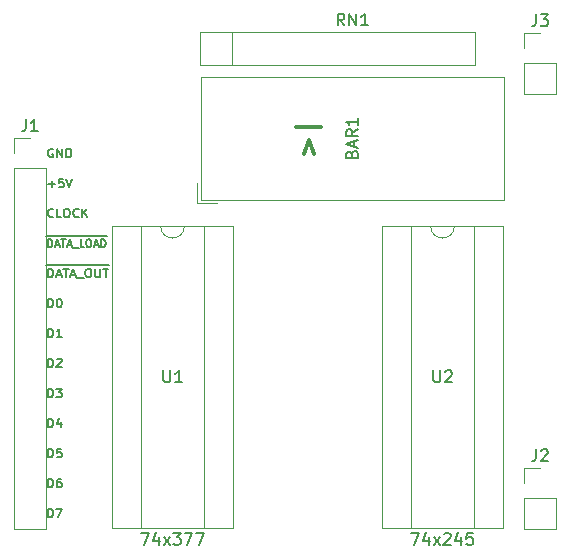
<source format=gto>
G04 #@! TF.GenerationSoftware,KiCad,Pcbnew,5.0.2+dfsg1-1*
G04 #@! TF.CreationDate,2019-07-29T21:31:30+02:00*
G04 #@! TF.ProjectId,Register,52656769-7374-4657-922e-6b696361645f,rev?*
G04 #@! TF.SameCoordinates,Original*
G04 #@! TF.FileFunction,Legend,Top*
G04 #@! TF.FilePolarity,Positive*
%FSLAX46Y46*%
G04 Gerber Fmt 4.6, Leading zero omitted, Abs format (unit mm)*
G04 Created by KiCad (PCBNEW 5.0.2+dfsg1-1) date ma 29 jul 2019 21:31:30 CEST*
%MOMM*%
%LPD*%
G01*
G04 APERTURE LIST*
%ADD10C,0.300000*%
%ADD11C,0.150000*%
%ADD12C,0.120000*%
G04 APERTURE END LIST*
D10*
X56828571Y-33035714D02*
X57257142Y-31892857D01*
X57685714Y-33035714D01*
X58328571Y-30821428D02*
X56185714Y-30821428D01*
D11*
X35201071Y-63839285D02*
X35201071Y-63089285D01*
X35379642Y-63089285D01*
X35486785Y-63125000D01*
X35558214Y-63196428D01*
X35593928Y-63267857D01*
X35629642Y-63410714D01*
X35629642Y-63517857D01*
X35593928Y-63660714D01*
X35558214Y-63732142D01*
X35486785Y-63803571D01*
X35379642Y-63839285D01*
X35201071Y-63839285D01*
X35879642Y-63089285D02*
X36379642Y-63089285D01*
X36058214Y-63839285D01*
X35201071Y-61299285D02*
X35201071Y-60549285D01*
X35379642Y-60549285D01*
X35486785Y-60585000D01*
X35558214Y-60656428D01*
X35593928Y-60727857D01*
X35629642Y-60870714D01*
X35629642Y-60977857D01*
X35593928Y-61120714D01*
X35558214Y-61192142D01*
X35486785Y-61263571D01*
X35379642Y-61299285D01*
X35201071Y-61299285D01*
X36272500Y-60549285D02*
X36129642Y-60549285D01*
X36058214Y-60585000D01*
X36022500Y-60620714D01*
X35951071Y-60727857D01*
X35915357Y-60870714D01*
X35915357Y-61156428D01*
X35951071Y-61227857D01*
X35986785Y-61263571D01*
X36058214Y-61299285D01*
X36201071Y-61299285D01*
X36272500Y-61263571D01*
X36308214Y-61227857D01*
X36343928Y-61156428D01*
X36343928Y-60977857D01*
X36308214Y-60906428D01*
X36272500Y-60870714D01*
X36201071Y-60835000D01*
X36058214Y-60835000D01*
X35986785Y-60870714D01*
X35951071Y-60906428D01*
X35915357Y-60977857D01*
X35201071Y-58759285D02*
X35201071Y-58009285D01*
X35379642Y-58009285D01*
X35486785Y-58045000D01*
X35558214Y-58116428D01*
X35593928Y-58187857D01*
X35629642Y-58330714D01*
X35629642Y-58437857D01*
X35593928Y-58580714D01*
X35558214Y-58652142D01*
X35486785Y-58723571D01*
X35379642Y-58759285D01*
X35201071Y-58759285D01*
X36308214Y-58009285D02*
X35951071Y-58009285D01*
X35915357Y-58366428D01*
X35951071Y-58330714D01*
X36022500Y-58295000D01*
X36201071Y-58295000D01*
X36272500Y-58330714D01*
X36308214Y-58366428D01*
X36343928Y-58437857D01*
X36343928Y-58616428D01*
X36308214Y-58687857D01*
X36272500Y-58723571D01*
X36201071Y-58759285D01*
X36022500Y-58759285D01*
X35951071Y-58723571D01*
X35915357Y-58687857D01*
X35201071Y-56219285D02*
X35201071Y-55469285D01*
X35379642Y-55469285D01*
X35486785Y-55505000D01*
X35558214Y-55576428D01*
X35593928Y-55647857D01*
X35629642Y-55790714D01*
X35629642Y-55897857D01*
X35593928Y-56040714D01*
X35558214Y-56112142D01*
X35486785Y-56183571D01*
X35379642Y-56219285D01*
X35201071Y-56219285D01*
X36272500Y-55719285D02*
X36272500Y-56219285D01*
X36093928Y-55433571D02*
X35915357Y-55969285D01*
X36379642Y-55969285D01*
X35201071Y-53679285D02*
X35201071Y-52929285D01*
X35379642Y-52929285D01*
X35486785Y-52965000D01*
X35558214Y-53036428D01*
X35593928Y-53107857D01*
X35629642Y-53250714D01*
X35629642Y-53357857D01*
X35593928Y-53500714D01*
X35558214Y-53572142D01*
X35486785Y-53643571D01*
X35379642Y-53679285D01*
X35201071Y-53679285D01*
X35879642Y-52929285D02*
X36343928Y-52929285D01*
X36093928Y-53215000D01*
X36201071Y-53215000D01*
X36272500Y-53250714D01*
X36308214Y-53286428D01*
X36343928Y-53357857D01*
X36343928Y-53536428D01*
X36308214Y-53607857D01*
X36272500Y-53643571D01*
X36201071Y-53679285D01*
X35986785Y-53679285D01*
X35915357Y-53643571D01*
X35879642Y-53607857D01*
X35201071Y-51139285D02*
X35201071Y-50389285D01*
X35379642Y-50389285D01*
X35486785Y-50425000D01*
X35558214Y-50496428D01*
X35593928Y-50567857D01*
X35629642Y-50710714D01*
X35629642Y-50817857D01*
X35593928Y-50960714D01*
X35558214Y-51032142D01*
X35486785Y-51103571D01*
X35379642Y-51139285D01*
X35201071Y-51139285D01*
X35915357Y-50460714D02*
X35951071Y-50425000D01*
X36022500Y-50389285D01*
X36201071Y-50389285D01*
X36272500Y-50425000D01*
X36308214Y-50460714D01*
X36343928Y-50532142D01*
X36343928Y-50603571D01*
X36308214Y-50710714D01*
X35879642Y-51139285D01*
X36343928Y-51139285D01*
X35201071Y-48599285D02*
X35201071Y-47849285D01*
X35379642Y-47849285D01*
X35486785Y-47885000D01*
X35558214Y-47956428D01*
X35593928Y-48027857D01*
X35629642Y-48170714D01*
X35629642Y-48277857D01*
X35593928Y-48420714D01*
X35558214Y-48492142D01*
X35486785Y-48563571D01*
X35379642Y-48599285D01*
X35201071Y-48599285D01*
X36343928Y-48599285D02*
X35915357Y-48599285D01*
X36129642Y-48599285D02*
X36129642Y-47849285D01*
X36058214Y-47956428D01*
X35986785Y-48027857D01*
X35915357Y-48063571D01*
X35201071Y-46059285D02*
X35201071Y-45309285D01*
X35379642Y-45309285D01*
X35486785Y-45345000D01*
X35558214Y-45416428D01*
X35593928Y-45487857D01*
X35629642Y-45630714D01*
X35629642Y-45737857D01*
X35593928Y-45880714D01*
X35558214Y-45952142D01*
X35486785Y-46023571D01*
X35379642Y-46059285D01*
X35201071Y-46059285D01*
X36093928Y-45309285D02*
X36165357Y-45309285D01*
X36236785Y-45345000D01*
X36272500Y-45380714D01*
X36308214Y-45452142D01*
X36343928Y-45595000D01*
X36343928Y-45773571D01*
X36308214Y-45916428D01*
X36272500Y-45987857D01*
X36236785Y-46023571D01*
X36165357Y-46059285D01*
X36093928Y-46059285D01*
X36022500Y-46023571D01*
X35986785Y-45987857D01*
X35951071Y-45916428D01*
X35915357Y-45773571D01*
X35915357Y-45595000D01*
X35951071Y-45452142D01*
X35986785Y-45380714D01*
X36022500Y-45345000D01*
X36093928Y-45309285D01*
X35629642Y-38367857D02*
X35593928Y-38403571D01*
X35486785Y-38439285D01*
X35415357Y-38439285D01*
X35308214Y-38403571D01*
X35236785Y-38332142D01*
X35201071Y-38260714D01*
X35165357Y-38117857D01*
X35165357Y-38010714D01*
X35201071Y-37867857D01*
X35236785Y-37796428D01*
X35308214Y-37725000D01*
X35415357Y-37689285D01*
X35486785Y-37689285D01*
X35593928Y-37725000D01*
X35629642Y-37760714D01*
X36308214Y-38439285D02*
X35951071Y-38439285D01*
X35951071Y-37689285D01*
X36701071Y-37689285D02*
X36843928Y-37689285D01*
X36915357Y-37725000D01*
X36986785Y-37796428D01*
X37022500Y-37939285D01*
X37022500Y-38189285D01*
X36986785Y-38332142D01*
X36915357Y-38403571D01*
X36843928Y-38439285D01*
X36701071Y-38439285D01*
X36629642Y-38403571D01*
X36558214Y-38332142D01*
X36522500Y-38189285D01*
X36522500Y-37939285D01*
X36558214Y-37796428D01*
X36629642Y-37725000D01*
X36701071Y-37689285D01*
X37772500Y-38367857D02*
X37736785Y-38403571D01*
X37629642Y-38439285D01*
X37558214Y-38439285D01*
X37451071Y-38403571D01*
X37379642Y-38332142D01*
X37343928Y-38260714D01*
X37308214Y-38117857D01*
X37308214Y-38010714D01*
X37343928Y-37867857D01*
X37379642Y-37796428D01*
X37451071Y-37725000D01*
X37558214Y-37689285D01*
X37629642Y-37689285D01*
X37736785Y-37725000D01*
X37772500Y-37760714D01*
X38093928Y-38439285D02*
X38093928Y-37689285D01*
X38522500Y-38439285D02*
X38201071Y-38010714D01*
X38522500Y-37689285D02*
X38093928Y-38117857D01*
X35022500Y-39977000D02*
X35672500Y-39977000D01*
X35177261Y-40934047D02*
X35177261Y-40284047D01*
X35332023Y-40284047D01*
X35424880Y-40315000D01*
X35486785Y-40376904D01*
X35517738Y-40438809D01*
X35548690Y-40562619D01*
X35548690Y-40655476D01*
X35517738Y-40779285D01*
X35486785Y-40841190D01*
X35424880Y-40903095D01*
X35332023Y-40934047D01*
X35177261Y-40934047D01*
X35672500Y-39977000D02*
X36229642Y-39977000D01*
X35796309Y-40748333D02*
X36105833Y-40748333D01*
X35734404Y-40934047D02*
X35951071Y-40284047D01*
X36167738Y-40934047D01*
X36229642Y-39977000D02*
X36724880Y-39977000D01*
X36291547Y-40284047D02*
X36662976Y-40284047D01*
X36477261Y-40934047D02*
X36477261Y-40284047D01*
X36724880Y-39977000D02*
X37282023Y-39977000D01*
X36848690Y-40748333D02*
X37158214Y-40748333D01*
X36786785Y-40934047D02*
X37003452Y-40284047D01*
X37220119Y-40934047D01*
X37282023Y-39977000D02*
X37777261Y-39977000D01*
X37282023Y-40995952D02*
X37777261Y-40995952D01*
X37777261Y-39977000D02*
X38303452Y-39977000D01*
X38241547Y-40934047D02*
X37932023Y-40934047D01*
X37932023Y-40284047D01*
X38303452Y-39977000D02*
X38984404Y-39977000D01*
X38582023Y-40284047D02*
X38705833Y-40284047D01*
X38767738Y-40315000D01*
X38829642Y-40376904D01*
X38860595Y-40500714D01*
X38860595Y-40717380D01*
X38829642Y-40841190D01*
X38767738Y-40903095D01*
X38705833Y-40934047D01*
X38582023Y-40934047D01*
X38520119Y-40903095D01*
X38458214Y-40841190D01*
X38427261Y-40717380D01*
X38427261Y-40500714D01*
X38458214Y-40376904D01*
X38520119Y-40315000D01*
X38582023Y-40284047D01*
X38984404Y-39977000D02*
X39541547Y-39977000D01*
X39108214Y-40748333D02*
X39417738Y-40748333D01*
X39046309Y-40934047D02*
X39262976Y-40284047D01*
X39479642Y-40934047D01*
X39541547Y-39977000D02*
X40191547Y-39977000D01*
X39696309Y-40934047D02*
X39696309Y-40284047D01*
X39851071Y-40284047D01*
X39943928Y-40315000D01*
X40005833Y-40376904D01*
X40036785Y-40438809D01*
X40067738Y-40562619D01*
X40067738Y-40655476D01*
X40036785Y-40779285D01*
X40005833Y-40841190D01*
X39943928Y-40903095D01*
X39851071Y-40934047D01*
X39696309Y-40934047D01*
X35022500Y-42445000D02*
X35772500Y-42445000D01*
X35201071Y-43519285D02*
X35201071Y-42769285D01*
X35379642Y-42769285D01*
X35486785Y-42805000D01*
X35558214Y-42876428D01*
X35593928Y-42947857D01*
X35629642Y-43090714D01*
X35629642Y-43197857D01*
X35593928Y-43340714D01*
X35558214Y-43412142D01*
X35486785Y-43483571D01*
X35379642Y-43519285D01*
X35201071Y-43519285D01*
X35772500Y-42445000D02*
X36415357Y-42445000D01*
X35915357Y-43305000D02*
X36272500Y-43305000D01*
X35843928Y-43519285D02*
X36093928Y-42769285D01*
X36343928Y-43519285D01*
X36415357Y-42445000D02*
X36986785Y-42445000D01*
X36486785Y-42769285D02*
X36915357Y-42769285D01*
X36701071Y-43519285D02*
X36701071Y-42769285D01*
X36986785Y-42445000D02*
X37629642Y-42445000D01*
X37129642Y-43305000D02*
X37486785Y-43305000D01*
X37058214Y-43519285D02*
X37308214Y-42769285D01*
X37558214Y-43519285D01*
X37629642Y-42445000D02*
X38201071Y-42445000D01*
X37629642Y-43590714D02*
X38201071Y-43590714D01*
X38201071Y-42445000D02*
X38986785Y-42445000D01*
X38522500Y-42769285D02*
X38665357Y-42769285D01*
X38736785Y-42805000D01*
X38808214Y-42876428D01*
X38843928Y-43019285D01*
X38843928Y-43269285D01*
X38808214Y-43412142D01*
X38736785Y-43483571D01*
X38665357Y-43519285D01*
X38522500Y-43519285D01*
X38451071Y-43483571D01*
X38379642Y-43412142D01*
X38343928Y-43269285D01*
X38343928Y-43019285D01*
X38379642Y-42876428D01*
X38451071Y-42805000D01*
X38522500Y-42769285D01*
X38986785Y-42445000D02*
X39772500Y-42445000D01*
X39165357Y-42769285D02*
X39165357Y-43376428D01*
X39201071Y-43447857D01*
X39236785Y-43483571D01*
X39308214Y-43519285D01*
X39451071Y-43519285D01*
X39522500Y-43483571D01*
X39558214Y-43447857D01*
X39593928Y-43376428D01*
X39593928Y-42769285D01*
X39772500Y-42445000D02*
X40343928Y-42445000D01*
X39843928Y-42769285D02*
X40272500Y-42769285D01*
X40058214Y-43519285D02*
X40058214Y-42769285D01*
X35593928Y-32645000D02*
X35522500Y-32609285D01*
X35415357Y-32609285D01*
X35308214Y-32645000D01*
X35236785Y-32716428D01*
X35201071Y-32787857D01*
X35165357Y-32930714D01*
X35165357Y-33037857D01*
X35201071Y-33180714D01*
X35236785Y-33252142D01*
X35308214Y-33323571D01*
X35415357Y-33359285D01*
X35486785Y-33359285D01*
X35593928Y-33323571D01*
X35629642Y-33287857D01*
X35629642Y-33037857D01*
X35486785Y-33037857D01*
X35951071Y-33359285D02*
X35951071Y-32609285D01*
X36379642Y-33359285D01*
X36379642Y-32609285D01*
X36736785Y-33359285D02*
X36736785Y-32609285D01*
X36915357Y-32609285D01*
X37022500Y-32645000D01*
X37093928Y-32716428D01*
X37129642Y-32787857D01*
X37165357Y-32930714D01*
X37165357Y-33037857D01*
X37129642Y-33180714D01*
X37093928Y-33252142D01*
X37022500Y-33323571D01*
X36915357Y-33359285D01*
X36736785Y-33359285D01*
X35201071Y-35613571D02*
X35772500Y-35613571D01*
X35486785Y-35899285D02*
X35486785Y-35327857D01*
X36486785Y-35149285D02*
X36129642Y-35149285D01*
X36093928Y-35506428D01*
X36129642Y-35470714D01*
X36201071Y-35435000D01*
X36379642Y-35435000D01*
X36451071Y-35470714D01*
X36486785Y-35506428D01*
X36522500Y-35577857D01*
X36522500Y-35756428D01*
X36486785Y-35827857D01*
X36451071Y-35863571D01*
X36379642Y-35899285D01*
X36201071Y-35899285D01*
X36129642Y-35863571D01*
X36093928Y-35827857D01*
X36736785Y-35149285D02*
X36986785Y-35899285D01*
X37236785Y-35149285D01*
D12*
G04 #@! TO.C,J3*
X75505000Y-22800000D02*
X76835000Y-22800000D01*
X75505000Y-24130000D02*
X75505000Y-22800000D01*
X75505000Y-25400000D02*
X78165000Y-25400000D01*
X78165000Y-25400000D02*
X78165000Y-28000000D01*
X75505000Y-25400000D02*
X75505000Y-28000000D01*
X75505000Y-28000000D02*
X78165000Y-28000000D01*
G04 #@! TO.C,J2*
X75505000Y-64830000D02*
X78165000Y-64830000D01*
X75505000Y-62230000D02*
X75505000Y-64830000D01*
X78165000Y-62230000D02*
X78165000Y-64830000D01*
X75505000Y-62230000D02*
X78165000Y-62230000D01*
X75505000Y-60960000D02*
X75505000Y-59630000D01*
X75505000Y-59630000D02*
X76835000Y-59630000D01*
G04 #@! TO.C,J1*
X32325000Y-64830000D02*
X34985000Y-64830000D01*
X32325000Y-34290000D02*
X32325000Y-64830000D01*
X34985000Y-34290000D02*
X34985000Y-64830000D01*
X32325000Y-34290000D02*
X34985000Y-34290000D01*
X32325000Y-33020000D02*
X32325000Y-31690000D01*
X32325000Y-31690000D02*
X33655000Y-31690000D01*
G04 #@! TO.C,BAR1*
X47830000Y-35560000D02*
X47830000Y-37260000D01*
X47830000Y-37260000D02*
X49530000Y-37260000D01*
X73800000Y-26530000D02*
X73800000Y-36970000D01*
X73800000Y-36970000D02*
X48120000Y-36970000D01*
X48120000Y-36970000D02*
X48120000Y-26530000D01*
X48120000Y-26530000D02*
X73800000Y-26530000D01*
G04 #@! TO.C,U2*
X73720000Y-39123000D02*
X63440000Y-39123000D01*
X73720000Y-64763000D02*
X73720000Y-39123000D01*
X63440000Y-64763000D02*
X73720000Y-64763000D01*
X63440000Y-39123000D02*
X63440000Y-64763000D01*
X71230000Y-39183000D02*
X69580000Y-39183000D01*
X71230000Y-64703000D02*
X71230000Y-39183000D01*
X65930000Y-64703000D02*
X71230000Y-64703000D01*
X65930000Y-39183000D02*
X65930000Y-64703000D01*
X67580000Y-39183000D02*
X65930000Y-39183000D01*
X69580000Y-39183000D02*
G75*
G02X67580000Y-39183000I-1000000J0D01*
G01*
G04 #@! TO.C,U1*
X46720000Y-39183000D02*
G75*
G02X44720000Y-39183000I-1000000J0D01*
G01*
X44720000Y-39183000D02*
X43070000Y-39183000D01*
X43070000Y-39183000D02*
X43070000Y-64703000D01*
X43070000Y-64703000D02*
X48370000Y-64703000D01*
X48370000Y-64703000D02*
X48370000Y-39183000D01*
X48370000Y-39183000D02*
X46720000Y-39183000D01*
X40580000Y-39123000D02*
X40580000Y-64763000D01*
X40580000Y-64763000D02*
X50860000Y-64763000D01*
X50860000Y-64763000D02*
X50860000Y-39123000D01*
X50860000Y-39123000D02*
X40580000Y-39123000D01*
G04 #@! TO.C,RN1*
X48090000Y-22730000D02*
X48090000Y-25530000D01*
X48090000Y-25530000D02*
X71290000Y-25530000D01*
X71290000Y-25530000D02*
X71290000Y-22730000D01*
X71290000Y-22730000D02*
X48090000Y-22730000D01*
X50800000Y-22730000D02*
X50800000Y-25530000D01*
G04 #@! TO.C,J3*
D11*
X76501666Y-21252380D02*
X76501666Y-21966666D01*
X76454047Y-22109523D01*
X76358809Y-22204761D01*
X76215952Y-22252380D01*
X76120714Y-22252380D01*
X76882619Y-21252380D02*
X77501666Y-21252380D01*
X77168333Y-21633333D01*
X77311190Y-21633333D01*
X77406428Y-21680952D01*
X77454047Y-21728571D01*
X77501666Y-21823809D01*
X77501666Y-22061904D01*
X77454047Y-22157142D01*
X77406428Y-22204761D01*
X77311190Y-22252380D01*
X77025476Y-22252380D01*
X76930238Y-22204761D01*
X76882619Y-22157142D01*
G04 #@! TO.C,J2*
X76501666Y-58082380D02*
X76501666Y-58796666D01*
X76454047Y-58939523D01*
X76358809Y-59034761D01*
X76215952Y-59082380D01*
X76120714Y-59082380D01*
X76930238Y-58177619D02*
X76977857Y-58130000D01*
X77073095Y-58082380D01*
X77311190Y-58082380D01*
X77406428Y-58130000D01*
X77454047Y-58177619D01*
X77501666Y-58272857D01*
X77501666Y-58368095D01*
X77454047Y-58510952D01*
X76882619Y-59082380D01*
X77501666Y-59082380D01*
G04 #@! TO.C,J1*
X33321666Y-30142380D02*
X33321666Y-30856666D01*
X33274047Y-30999523D01*
X33178809Y-31094761D01*
X33035952Y-31142380D01*
X32940714Y-31142380D01*
X34321666Y-31142380D02*
X33750238Y-31142380D01*
X34035952Y-31142380D02*
X34035952Y-30142380D01*
X33940714Y-30285238D01*
X33845476Y-30380476D01*
X33750238Y-30428095D01*
G04 #@! TO.C,BAR1*
X60888571Y-33083333D02*
X60936190Y-32940476D01*
X60983809Y-32892857D01*
X61079047Y-32845238D01*
X61221904Y-32845238D01*
X61317142Y-32892857D01*
X61364761Y-32940476D01*
X61412380Y-33035714D01*
X61412380Y-33416666D01*
X60412380Y-33416666D01*
X60412380Y-33083333D01*
X60460000Y-32988095D01*
X60507619Y-32940476D01*
X60602857Y-32892857D01*
X60698095Y-32892857D01*
X60793333Y-32940476D01*
X60840952Y-32988095D01*
X60888571Y-33083333D01*
X60888571Y-33416666D01*
X61126666Y-32464285D02*
X61126666Y-31988095D01*
X61412380Y-32559523D02*
X60412380Y-32226190D01*
X61412380Y-31892857D01*
X61412380Y-30988095D02*
X60936190Y-31321428D01*
X61412380Y-31559523D02*
X60412380Y-31559523D01*
X60412380Y-31178571D01*
X60460000Y-31083333D01*
X60507619Y-31035714D01*
X60602857Y-30988095D01*
X60745714Y-30988095D01*
X60840952Y-31035714D01*
X60888571Y-31083333D01*
X60936190Y-31178571D01*
X60936190Y-31559523D01*
X61412380Y-30035714D02*
X61412380Y-30607142D01*
X61412380Y-30321428D02*
X60412380Y-30321428D01*
X60555238Y-30416666D01*
X60650476Y-30511904D01*
X60698095Y-30607142D01*
G04 #@! TO.C,U2*
X67818095Y-51395380D02*
X67818095Y-52204904D01*
X67865714Y-52300142D01*
X67913333Y-52347761D01*
X68008571Y-52395380D01*
X68199047Y-52395380D01*
X68294285Y-52347761D01*
X68341904Y-52300142D01*
X68389523Y-52204904D01*
X68389523Y-51395380D01*
X68818095Y-51490619D02*
X68865714Y-51443000D01*
X68960952Y-51395380D01*
X69199047Y-51395380D01*
X69294285Y-51443000D01*
X69341904Y-51490619D01*
X69389523Y-51585857D01*
X69389523Y-51681095D01*
X69341904Y-51823952D01*
X68770476Y-52395380D01*
X69389523Y-52395380D01*
X65937142Y-65155380D02*
X66603809Y-65155380D01*
X66175238Y-66155380D01*
X67413333Y-65488714D02*
X67413333Y-66155380D01*
X67175238Y-65107761D02*
X66937142Y-65822047D01*
X67556190Y-65822047D01*
X67841904Y-66155380D02*
X68365714Y-65488714D01*
X67841904Y-65488714D02*
X68365714Y-66155380D01*
X68699047Y-65250619D02*
X68746666Y-65203000D01*
X68841904Y-65155380D01*
X69080000Y-65155380D01*
X69175238Y-65203000D01*
X69222857Y-65250619D01*
X69270476Y-65345857D01*
X69270476Y-65441095D01*
X69222857Y-65583952D01*
X68651428Y-66155380D01*
X69270476Y-66155380D01*
X70127619Y-65488714D02*
X70127619Y-66155380D01*
X69889523Y-65107761D02*
X69651428Y-65822047D01*
X70270476Y-65822047D01*
X71127619Y-65155380D02*
X70651428Y-65155380D01*
X70603809Y-65631571D01*
X70651428Y-65583952D01*
X70746666Y-65536333D01*
X70984761Y-65536333D01*
X71080000Y-65583952D01*
X71127619Y-65631571D01*
X71175238Y-65726809D01*
X71175238Y-65964904D01*
X71127619Y-66060142D01*
X71080000Y-66107761D01*
X70984761Y-66155380D01*
X70746666Y-66155380D01*
X70651428Y-66107761D01*
X70603809Y-66060142D01*
G04 #@! TO.C,U1*
X44958095Y-51395380D02*
X44958095Y-52204904D01*
X45005714Y-52300142D01*
X45053333Y-52347761D01*
X45148571Y-52395380D01*
X45339047Y-52395380D01*
X45434285Y-52347761D01*
X45481904Y-52300142D01*
X45529523Y-52204904D01*
X45529523Y-51395380D01*
X46529523Y-52395380D02*
X45958095Y-52395380D01*
X46243809Y-52395380D02*
X46243809Y-51395380D01*
X46148571Y-51538238D01*
X46053333Y-51633476D01*
X45958095Y-51681095D01*
X43077142Y-65155380D02*
X43743809Y-65155380D01*
X43315238Y-66155380D01*
X44553333Y-65488714D02*
X44553333Y-66155380D01*
X44315238Y-65107761D02*
X44077142Y-65822047D01*
X44696190Y-65822047D01*
X44981904Y-66155380D02*
X45505714Y-65488714D01*
X44981904Y-65488714D02*
X45505714Y-66155380D01*
X45791428Y-65155380D02*
X46410476Y-65155380D01*
X46077142Y-65536333D01*
X46220000Y-65536333D01*
X46315238Y-65583952D01*
X46362857Y-65631571D01*
X46410476Y-65726809D01*
X46410476Y-65964904D01*
X46362857Y-66060142D01*
X46315238Y-66107761D01*
X46220000Y-66155380D01*
X45934285Y-66155380D01*
X45839047Y-66107761D01*
X45791428Y-66060142D01*
X46743809Y-65155380D02*
X47410476Y-65155380D01*
X46981904Y-66155380D01*
X47696190Y-65155380D02*
X48362857Y-65155380D01*
X47934285Y-66155380D01*
G04 #@! TO.C,RN1*
X60269523Y-22182380D02*
X59936190Y-21706190D01*
X59698095Y-22182380D02*
X59698095Y-21182380D01*
X60079047Y-21182380D01*
X60174285Y-21230000D01*
X60221904Y-21277619D01*
X60269523Y-21372857D01*
X60269523Y-21515714D01*
X60221904Y-21610952D01*
X60174285Y-21658571D01*
X60079047Y-21706190D01*
X59698095Y-21706190D01*
X60698095Y-22182380D02*
X60698095Y-21182380D01*
X61269523Y-22182380D01*
X61269523Y-21182380D01*
X62269523Y-22182380D02*
X61698095Y-22182380D01*
X61983809Y-22182380D02*
X61983809Y-21182380D01*
X61888571Y-21325238D01*
X61793333Y-21420476D01*
X61698095Y-21468095D01*
G04 #@! TD*
M02*

</source>
